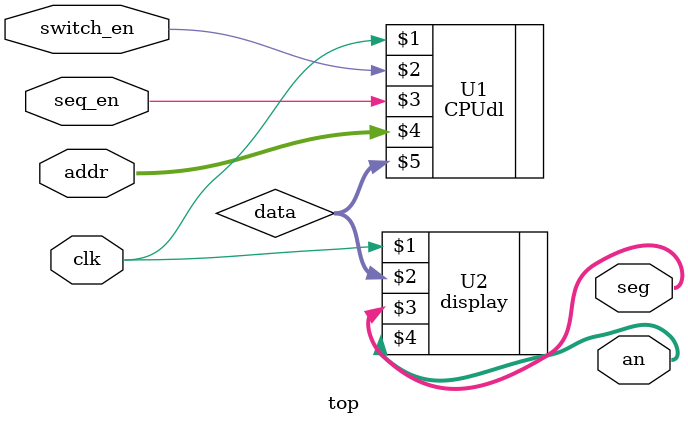
<source format=v>
`timescale 1ns / 1ps
module top(
	input clk,
	input switch_en,
	input seq_en,
	input  [4:0] addr,
	output [3:0] an,
	output [7:0] seg
	);
	wire [15:0]data;
	
	CPUdl   U1(clk,switch_en,seq_en,addr,data);
   display U2(clk,data,seg,an);

endmodule





</source>
